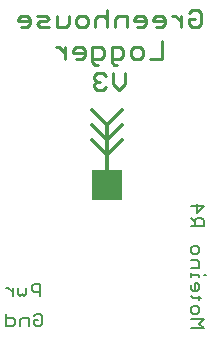
<source format=gbo>
G75*
%MOIN*%
%OFA0B0*%
%FSLAX24Y24*%
%IPPOS*%
%LPD*%
%AMOC8*
5,1,8,0,0,1.08239X$1,22.5*
%
%ADD10C,0.0080*%
%ADD11C,0.0110*%
%ADD12R,0.1000X0.1000*%
%ADD13C,0.0120*%
D10*
X009290Y000940D02*
X009500Y000940D01*
X009570Y001010D01*
X009570Y001150D01*
X009500Y001220D01*
X009290Y001220D01*
X009290Y001360D02*
X009290Y000940D01*
X009751Y000940D02*
X009751Y001150D01*
X009821Y001220D01*
X010031Y001220D01*
X010031Y000940D01*
X010211Y001010D02*
X010211Y001150D01*
X010351Y001150D01*
X010211Y001010D02*
X010281Y000940D01*
X010421Y000940D01*
X010491Y001010D01*
X010491Y001290D01*
X010421Y001360D01*
X010281Y001360D01*
X010211Y001290D01*
X010414Y001940D02*
X010414Y002360D01*
X010204Y002360D01*
X010134Y002290D01*
X010134Y002150D01*
X010204Y002080D01*
X010414Y002080D01*
X009954Y002010D02*
X009884Y001940D01*
X009814Y002010D01*
X009744Y001940D01*
X009674Y002010D01*
X009674Y002220D01*
X009494Y002220D02*
X009494Y001940D01*
X009494Y002080D02*
X009354Y002220D01*
X009283Y002220D01*
X009954Y002220D02*
X009954Y002010D01*
X015440Y001954D02*
X015510Y001884D01*
X015790Y001884D01*
X015720Y001814D02*
X015720Y001954D01*
X015650Y002121D02*
X015510Y002121D01*
X015440Y002191D01*
X015440Y002331D01*
X015580Y002401D02*
X015580Y002121D01*
X015650Y002121D02*
X015720Y002191D01*
X015720Y002331D01*
X015650Y002401D01*
X015580Y002401D01*
X015440Y002581D02*
X015440Y002721D01*
X015440Y002651D02*
X015720Y002651D01*
X015720Y002581D01*
X015860Y002651D02*
X015930Y002651D01*
X015720Y002888D02*
X015720Y003098D01*
X015650Y003168D01*
X015440Y003168D01*
X015510Y003348D02*
X015440Y003418D01*
X015440Y003559D01*
X015510Y003629D01*
X015650Y003629D01*
X015720Y003559D01*
X015720Y003418D01*
X015650Y003348D01*
X015510Y003348D01*
X015440Y002888D02*
X015720Y002888D01*
X015650Y001634D02*
X015510Y001634D01*
X015440Y001564D01*
X015440Y001423D01*
X015510Y001353D01*
X015650Y001353D01*
X015720Y001423D01*
X015720Y001564D01*
X015650Y001634D01*
X015860Y001173D02*
X015440Y001173D01*
X015720Y001033D02*
X015860Y001173D01*
X015720Y001033D02*
X015860Y000893D01*
X015440Y000893D01*
X015440Y004269D02*
X015860Y004269D01*
X015860Y004479D01*
X015790Y004549D01*
X015650Y004549D01*
X015580Y004479D01*
X015580Y004269D01*
X015580Y004409D02*
X015440Y004549D01*
X015650Y004730D02*
X015650Y005010D01*
X015440Y004940D02*
X015860Y004940D01*
X015650Y004730D01*
D11*
X013043Y008805D02*
X012846Y009002D01*
X012846Y009396D01*
X012891Y009658D02*
X012792Y009757D01*
X012792Y010249D01*
X013087Y010249D01*
X013186Y010150D01*
X013186Y009953D01*
X013087Y009855D01*
X012792Y009855D01*
X012891Y009658D02*
X012989Y009658D01*
X013240Y009396D02*
X013240Y009002D01*
X013043Y008805D01*
X012595Y008903D02*
X012497Y008805D01*
X012300Y008805D01*
X012201Y008903D01*
X012201Y009002D01*
X012300Y009100D01*
X012398Y009100D01*
X012300Y009100D02*
X012201Y009199D01*
X012201Y009297D01*
X012300Y009396D01*
X012497Y009396D01*
X012595Y009297D01*
X012344Y009658D02*
X012246Y009658D01*
X012148Y009757D01*
X012148Y010249D01*
X012443Y010249D01*
X012541Y010150D01*
X012541Y009953D01*
X012443Y009855D01*
X012148Y009855D01*
X011897Y009953D02*
X011897Y010150D01*
X011798Y010249D01*
X011601Y010249D01*
X011503Y010150D01*
X011503Y010052D01*
X011897Y010052D01*
X011897Y009953D02*
X011798Y009855D01*
X011601Y009855D01*
X011252Y009855D02*
X011252Y010249D01*
X011055Y010249D02*
X010957Y010249D01*
X011055Y010249D02*
X011252Y010052D01*
X011261Y010905D02*
X010966Y010905D01*
X010966Y011299D01*
X010715Y011200D02*
X010617Y011102D01*
X010420Y011102D01*
X010321Y011003D01*
X010420Y010905D01*
X010715Y010905D01*
X010715Y011200D02*
X010617Y011299D01*
X010321Y011299D01*
X010071Y011200D02*
X010071Y011003D01*
X009972Y010905D01*
X009775Y010905D01*
X009677Y011102D02*
X010071Y011102D01*
X010071Y011200D02*
X009972Y011299D01*
X009775Y011299D01*
X009677Y011200D01*
X009677Y011102D01*
X011261Y010905D02*
X011360Y011003D01*
X011360Y011299D01*
X011610Y011200D02*
X011610Y011003D01*
X011709Y010905D01*
X011906Y010905D01*
X012004Y011003D01*
X012004Y011200D01*
X011906Y011299D01*
X011709Y011299D01*
X011610Y011200D01*
X012255Y011200D02*
X012255Y010905D01*
X012255Y011200D02*
X012353Y011299D01*
X012550Y011299D01*
X012649Y011200D01*
X012649Y010905D02*
X012649Y011496D01*
X012900Y011200D02*
X012900Y010905D01*
X013293Y010905D02*
X013293Y011299D01*
X012998Y011299D01*
X012900Y011200D01*
X013544Y011200D02*
X013544Y011102D01*
X013938Y011102D01*
X013938Y011200D02*
X013938Y011003D01*
X013839Y010905D01*
X013643Y010905D01*
X013544Y011200D02*
X013643Y011299D01*
X013839Y011299D01*
X013938Y011200D01*
X014189Y011200D02*
X014189Y011102D01*
X014582Y011102D01*
X014582Y011200D02*
X014582Y011003D01*
X014484Y010905D01*
X014287Y010905D01*
X014189Y011200D02*
X014287Y011299D01*
X014484Y011299D01*
X014582Y011200D01*
X014824Y011299D02*
X014923Y011299D01*
X015119Y011102D01*
X015119Y010905D02*
X015119Y011299D01*
X015370Y011397D02*
X015469Y011496D01*
X015666Y011496D01*
X015764Y011397D01*
X015764Y011003D01*
X015666Y010905D01*
X015469Y010905D01*
X015370Y011003D01*
X015370Y011200D01*
X015567Y011200D01*
X014475Y010446D02*
X014475Y009855D01*
X014081Y009855D01*
X013830Y009953D02*
X013732Y009855D01*
X013535Y009855D01*
X013437Y009953D01*
X013437Y010150D01*
X013535Y010249D01*
X013732Y010249D01*
X013830Y010150D01*
X013830Y009953D01*
D12*
X012650Y005650D03*
D13*
X012650Y006150D02*
X012650Y006650D01*
X013150Y007150D01*
X012650Y007150D02*
X013150Y007650D01*
X012650Y007650D02*
X013150Y008150D01*
X012650Y007650D02*
X012150Y008150D01*
X012150Y007650D02*
X012650Y007150D01*
X012650Y007650D01*
X012650Y007150D02*
X012650Y006650D01*
X012150Y007150D01*
M02*

</source>
